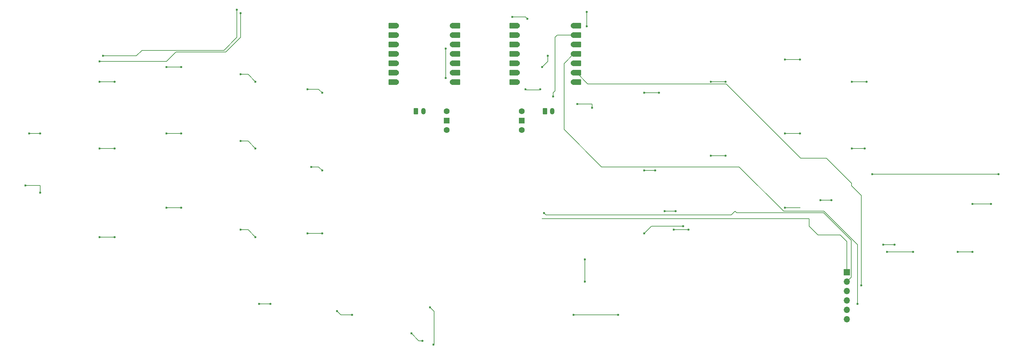
<source format=gtl>
%TF.GenerationSoftware,KiCad,Pcbnew,8.0.3*%
%TF.CreationDate,2024-12-15T23:05:39+09:00*%
%TF.ProjectId,manjaro_mx,6d616e6a-6172-46f5-9f6d-782e6b696361,rev?*%
%TF.SameCoordinates,Original*%
%TF.FileFunction,Copper,L1,Top*%
%TF.FilePolarity,Positive*%
%FSLAX46Y46*%
G04 Gerber Fmt 4.6, Leading zero omitted, Abs format (unit mm)*
G04 Created by KiCad (PCBNEW 8.0.3) date 2024-12-15 23:05:39*
%MOMM*%
%LPD*%
G01*
G04 APERTURE LIST*
G04 Aperture macros list*
%AMRoundRect*
0 Rectangle with rounded corners*
0 $1 Rounding radius*
0 $2 $3 $4 $5 $6 $7 $8 $9 X,Y pos of 4 corners*
0 Add a 4 corners polygon primitive as box body*
4,1,4,$2,$3,$4,$5,$6,$7,$8,$9,$2,$3,0*
0 Add four circle primitives for the rounded corners*
1,1,$1+$1,$2,$3*
1,1,$1+$1,$4,$5*
1,1,$1+$1,$6,$7*
1,1,$1+$1,$8,$9*
0 Add four rect primitives between the rounded corners*
20,1,$1+$1,$2,$3,$4,$5,0*
20,1,$1+$1,$4,$5,$6,$7,0*
20,1,$1+$1,$6,$7,$8,$9,0*
20,1,$1+$1,$8,$9,$2,$3,0*%
G04 Aperture macros list end*
%TA.AperFunction,ComponentPad*%
%ADD10RoundRect,0.250000X-0.350000X-0.625000X0.350000X-0.625000X0.350000X0.625000X-0.350000X0.625000X0*%
%TD*%
%TA.AperFunction,ComponentPad*%
%ADD11O,1.200000X1.750000*%
%TD*%
%TA.AperFunction,SMDPad,CuDef*%
%ADD12RoundRect,0.152400X1.063600X0.609600X-1.063600X0.609600X-1.063600X-0.609600X1.063600X-0.609600X0*%
%TD*%
%TA.AperFunction,ComponentPad*%
%ADD13C,1.524000*%
%TD*%
%TA.AperFunction,SMDPad,CuDef*%
%ADD14RoundRect,0.152400X-1.063600X-0.609600X1.063600X-0.609600X1.063600X0.609600X-1.063600X0.609600X0*%
%TD*%
%TA.AperFunction,ComponentPad*%
%ADD15R,1.500000X1.500000*%
%TD*%
%TA.AperFunction,ComponentPad*%
%ADD16C,1.600000*%
%TD*%
%TA.AperFunction,ComponentPad*%
%ADD17R,1.700000X1.700000*%
%TD*%
%TA.AperFunction,ComponentPad*%
%ADD18O,1.700000X1.700000*%
%TD*%
%TA.AperFunction,ViaPad*%
%ADD19C,0.600000*%
%TD*%
%TA.AperFunction,ViaPad*%
%ADD20C,0.300000*%
%TD*%
%TA.AperFunction,Conductor*%
%ADD21C,0.200000*%
%TD*%
G04 APERTURE END LIST*
D10*
%TO.P,BT1,1,+*%
%TO.N,BAT+*%
X165000000Y-80000000D03*
D11*
%TO.P,BT1,2,-*%
%TO.N,BAT-*%
X167000000Y-80000000D03*
%TD*%
D12*
%TO.P,rU1,1,P0.02_AIN0_LOW_A0_D0*%
%TO.N,rROW1*%
X191395000Y-56880000D03*
D13*
X192230000Y-56880000D03*
D12*
%TO.P,rU1,2,P0.03_AIN1_LOW_A1_D1*%
%TO.N,rCOL4*%
X191395000Y-59420000D03*
D13*
X192230000Y-59420000D03*
D12*
%TO.P,rU1,3,P0.28_AIN4_LOW_A2_D2*%
%TO.N,rCOL3*%
X191395000Y-61960000D03*
D13*
X192230000Y-61960000D03*
D12*
%TO.P,rU1,4,P0.29_AIN5_LOW_A3_D3*%
%TO.N,rCOL2*%
X191395000Y-64500000D03*
D13*
X192230000Y-64500000D03*
D12*
%TO.P,rU1,5,P0.04_AIN2_A4_D4*%
%TO.N,rCOL1*%
X191395000Y-67040000D03*
D13*
X192230000Y-67040000D03*
D12*
%TO.P,rU1,6,P0.05_AIN3_A5_D5*%
%TO.N,rCOL0*%
X191395000Y-69580000D03*
D13*
X192230000Y-69580000D03*
D12*
%TO.P,rU1,7,P1.11_TX_D6*%
%TO.N,rROW0*%
X191395000Y-72120000D03*
D13*
X192230000Y-72120000D03*
%TO.P,rU1,8,P1.12_RX_D7*%
%TO.N,rROW3*%
X207470000Y-72120000D03*
D14*
X208305000Y-72120000D03*
D13*
%TO.P,rU1,9,P1.13_SCK_D8*%
%TO.N,SCLK*%
X207470000Y-69580000D03*
D14*
X208305000Y-69580000D03*
D13*
%TO.P,rU1,10,P1.14_MISO_D9*%
%TO.N,rROW2*%
X207470000Y-67040000D03*
D14*
X208305000Y-67040000D03*
D13*
%TO.P,rU1,11,P1.15_MOSI_D10*%
%TO.N,SDIO*%
X207470000Y-64500000D03*
D14*
X208305000Y-64500000D03*
D13*
%TO.P,rU1,12,3V3*%
%TO.N,3V3*%
X207470000Y-61960000D03*
D14*
X208305000Y-61960000D03*
D13*
%TO.P,rU1,13,GND*%
%TO.N,rBAT-*%
X207470000Y-59420000D03*
D14*
X208305000Y-59420000D03*
D13*
%TO.P,rU1,14,VBUS*%
%TO.N,unconnected-(rU1-VBUS-Pad14)*%
X207470000Y-56880000D03*
D14*
%TO.N,unconnected-(rU1-VBUS-Pad14)_0*%
X208305000Y-56880000D03*
%TD*%
D12*
%TO.P,U1,1,P0.02_AIN0_LOW_A0_D0*%
%TO.N,COL5*%
X158795000Y-56880000D03*
D13*
X159630000Y-56880000D03*
D12*
%TO.P,U1,2,P0.03_AIN1_LOW_A1_D1*%
%TO.N,COL4*%
X158795000Y-59420000D03*
D13*
X159630000Y-59420000D03*
D12*
%TO.P,U1,3,P0.28_AIN4_LOW_A2_D2*%
%TO.N,COL3*%
X158795000Y-61960000D03*
D13*
X159630000Y-61960000D03*
D12*
%TO.P,U1,4,P0.29_AIN5_LOW_A3_D3*%
%TO.N,COL2*%
X158795000Y-64500000D03*
D13*
X159630000Y-64500000D03*
D12*
%TO.P,U1,5,P0.04_AIN2_A4_D4*%
%TO.N,COL1*%
X158795000Y-67040000D03*
D13*
X159630000Y-67040000D03*
D12*
%TO.P,U1,6,P0.05_AIN3_A5_D5*%
%TO.N,COL0*%
X158795000Y-69580000D03*
D13*
X159630000Y-69580000D03*
D12*
%TO.P,U1,7,P1.11_TX_D6*%
%TO.N,ROW0*%
X158795000Y-72120000D03*
D13*
X159630000Y-72120000D03*
%TO.P,U1,8,P1.12_RX_D7*%
%TO.N,unconnected-(U1-P1.12_RX_D7-Pad8)*%
X174870000Y-72120000D03*
D14*
%TO.N,unconnected-(U1-P1.12_RX_D7-Pad8)_0*%
X175705000Y-72120000D03*
D13*
%TO.P,U1,9,P1.13_SCK_D8*%
%TO.N,ROW3*%
X174870000Y-69580000D03*
D14*
X175705000Y-69580000D03*
D13*
%TO.P,U1,10,P1.14_MISO_D9*%
%TO.N,ROW2*%
X174870000Y-67040000D03*
D14*
X175705000Y-67040000D03*
D13*
%TO.P,U1,11,P1.15_MOSI_D10*%
%TO.N,ROW1*%
X174870000Y-64500000D03*
D14*
X175705000Y-64500000D03*
D13*
%TO.P,U1,12,3V3*%
%TO.N,unconnected-(U1-3V3-Pad12)_0*%
X174870000Y-61960000D03*
D14*
%TO.N,unconnected-(U1-3V3-Pad12)*%
X175705000Y-61960000D03*
D13*
%TO.P,U1,13,GND*%
%TO.N,BAT-*%
X174870000Y-59420000D03*
D14*
X175705000Y-59420000D03*
D13*
%TO.P,U1,14,VBUS*%
%TO.N,unconnected-(U1-VBUS-Pad14)*%
X174870000Y-56880000D03*
D14*
%TO.N,unconnected-(U1-VBUS-Pad14)_0*%
X175705000Y-56880000D03*
%TD*%
D10*
%TO.P,rBT1,1,+*%
%TO.N,rBAT+*%
X199750000Y-80000000D03*
D11*
%TO.P,rBT1,2,-*%
%TO.N,rBAT-*%
X201750000Y-80000000D03*
%TD*%
D15*
%TO.P,PowerSW1,1,B*%
%TO.N,Net-(PowerSW1-B)*%
X173250000Y-82500000D03*
D16*
%TO.P,PowerSW1,2,C*%
%TO.N,BAT-*%
X173250000Y-79960000D03*
%TO.P,PowerSW1,3,A*%
%TO.N,BAT+*%
X173250000Y-85040000D03*
%TD*%
D15*
%TO.P,rPowerSW1,1,B*%
%TO.N,Net-(rPowerSW1-B)*%
X193500000Y-82500000D03*
D16*
%TO.P,rPowerSW1,2,C*%
%TO.N,rBAT-*%
X193500000Y-79960000D03*
%TO.P,rPowerSW1,3,A*%
%TO.N,rBAT+*%
X193500000Y-85040000D03*
%TD*%
D17*
%TO.P,rJ3,1,Pin_1*%
%TO.N,3V3*%
X281150000Y-123475000D03*
D18*
%TO.P,rJ3,2,Pin_2*%
%TO.N,rBAT-*%
X281150000Y-126015000D03*
%TO.P,rJ3,3,Pin_3*%
%TO.N,SCLK*%
X281150000Y-128555000D03*
%TO.P,rJ3,4,Pin_4*%
%TO.N,SDIO*%
X281150000Y-131095000D03*
%TO.P,rJ3,5,Pin_5*%
%TO.N,rBAT-*%
X281150000Y-133635000D03*
%TO.P,rJ3,6,Pin_6*%
%TO.N,unconnected-(rJ3-Pin_6-Pad6)*%
X281150000Y-136175000D03*
%TD*%
D19*
%TO.N,SCLK*%
X285000000Y-127000000D03*
%TO.N,SDIO*%
X284000000Y-132000000D03*
%TO.N,rROW0*%
X194500000Y-74000000D03*
X264500000Y-66000000D03*
X248500000Y-72000000D03*
X212500000Y-79000000D03*
X208500000Y-78000000D03*
X198500000Y-74000000D03*
X268500000Y-66000000D03*
X230500000Y-75000000D03*
X286500000Y-72000000D03*
X226500000Y-75000000D03*
X244500000Y-72000000D03*
X282500000Y-72000000D03*
%TO.N,rROW1*%
X229500000Y-96000000D03*
X226500000Y-96000000D03*
X248500000Y-92000000D03*
X244500000Y-92000000D03*
X268500000Y-86000000D03*
X211000000Y-53100000D03*
X282500000Y-90000000D03*
X264500000Y-86000000D03*
X286000000Y-90000000D03*
X211000000Y-57000000D03*
%TO.N,rROW2*%
X226500000Y-113000000D03*
X264500000Y-106000000D03*
X291000000Y-116000000D03*
X277000000Y-104000000D03*
X237000000Y-111000000D03*
D20*
X268500000Y-106000000D03*
D19*
X274000000Y-104000000D03*
X294000000Y-116000000D03*
%TO.N,rROW3*%
X299000000Y-118000000D03*
X207500000Y-135000000D03*
X219500000Y-135000000D03*
X311000000Y-118000000D03*
X210500000Y-126000000D03*
X315000000Y-118000000D03*
X210500000Y-120000000D03*
X292000000Y-118000000D03*
%TO.N,Net-(rD12-A)*%
X234500000Y-112000000D03*
X238500000Y-112000000D03*
%TO.N,rBAT-*%
X202000000Y-76000000D03*
X199500000Y-107500000D03*
%TO.N,rCOL1*%
X232000000Y-107000000D03*
X235000000Y-107000000D03*
%TO.N,rCOL2*%
X320000000Y-105000000D03*
X200500000Y-65000000D03*
X199000000Y-68000000D03*
X315000000Y-105000000D03*
%TO.N,rCOL3*%
X288000000Y-97000000D03*
X322000000Y-97000000D03*
X195000000Y-55000000D03*
X191000000Y-54500000D03*
D20*
%TO.N,3V3*%
X199000000Y-109000000D03*
D19*
%TO.N,BAT-*%
X173000000Y-63000000D03*
X173000000Y-71000000D03*
%TO.N,ROW0*%
X135750000Y-74000000D03*
X79750000Y-72000000D03*
X121750000Y-72000000D03*
X97750000Y-68000000D03*
X139750000Y-75000000D03*
X117750000Y-70000000D03*
X63750000Y-86000000D03*
X83750000Y-72000000D03*
X101750000Y-68000000D03*
X60750000Y-86000000D03*
%TO.N,ROW1*%
X83750000Y-90000000D03*
X139750000Y-96000000D03*
X121750000Y-90000000D03*
X79750000Y-90000000D03*
X63750000Y-102000000D03*
X59750000Y-100000000D03*
X101750000Y-86000000D03*
X136750000Y-95000000D03*
X117750000Y-88000000D03*
X97750000Y-86000000D03*
%TO.N,ROW2*%
X121750000Y-114000000D03*
X117750000Y-112000000D03*
X83750000Y-114000000D03*
X79750000Y-114000000D03*
X135750000Y-113000000D03*
X97750000Y-106000000D03*
X101750000Y-106000000D03*
X139750000Y-113000000D03*
%TO.N,ROW3*%
X163750000Y-140000000D03*
X169750000Y-143000000D03*
X168750000Y-133000000D03*
X122750000Y-132000000D03*
X166750000Y-142000000D03*
X125750000Y-132000000D03*
X147750000Y-135000000D03*
X143750000Y-134000000D03*
%TO.N,COL5*%
X80665000Y-65000000D03*
X116750000Y-52500000D03*
%TO.N,COL4*%
X117750000Y-53500000D03*
X79750000Y-66500000D03*
%TD*%
D21*
%TO.N,SCLK*%
X251000000Y-75000000D02*
X268670000Y-92670000D01*
X282430000Y-99430000D02*
X282430000Y-100138478D01*
X211325000Y-72600000D02*
X248600000Y-72600000D01*
X268670000Y-92670000D02*
X275670000Y-92670000D01*
X248600000Y-72600000D02*
X251000000Y-75000000D01*
X282430000Y-100138478D02*
X285000000Y-102708478D01*
X285000000Y-102708478D02*
X285000000Y-127000000D01*
X275670000Y-92670000D02*
X282430000Y-99430000D01*
X208305000Y-69580000D02*
X211325000Y-72600000D01*
%TO.N,SDIO*%
X252081522Y-95000000D02*
X264081522Y-107000000D01*
X275000000Y-107000000D02*
X284000000Y-116000000D01*
X204897548Y-84897548D02*
X215000000Y-95000000D01*
X215000000Y-95000000D02*
X252081522Y-95000000D01*
X284000000Y-116000000D02*
X284000000Y-132000000D01*
X207470000Y-64500000D02*
X204897548Y-67072452D01*
X204897548Y-67072452D02*
X204897548Y-84897548D01*
X264081522Y-107000000D02*
X275000000Y-107000000D01*
%TO.N,rROW0*%
X264500000Y-66000000D02*
X268500000Y-66000000D01*
X194700000Y-74200000D02*
X198300000Y-74200000D01*
X226500000Y-75000000D02*
X230500000Y-75000000D01*
X198300000Y-74200000D02*
X198500000Y-74000000D01*
X244500000Y-72000000D02*
X248500000Y-72000000D01*
X282500000Y-72000000D02*
X286500000Y-72000000D01*
X194500000Y-74000000D02*
X194700000Y-74200000D01*
X212500000Y-78000000D02*
X212500000Y-79000000D01*
X208500000Y-78000000D02*
X212500000Y-78000000D01*
%TO.N,rROW1*%
X229500000Y-96000000D02*
X226500000Y-96000000D01*
X264500000Y-86000000D02*
X268500000Y-86000000D01*
X244500000Y-92000000D02*
X248500000Y-92000000D01*
X282500000Y-90000000D02*
X286000000Y-90000000D01*
X211000000Y-53100000D02*
X211000000Y-57000000D01*
%TO.N,rROW2*%
X274000000Y-104000000D02*
X277000000Y-104000000D01*
X264500000Y-106000000D02*
X268500000Y-106000000D01*
X228500000Y-111000000D02*
X237000000Y-111000000D01*
X291000000Y-116000000D02*
X294000000Y-116000000D01*
X226500000Y-113000000D02*
X228500000Y-111000000D01*
%TO.N,rROW3*%
X207500000Y-135000000D02*
X219500000Y-135000000D01*
X210500000Y-120000000D02*
X210500000Y-126000000D01*
X311000000Y-118000000D02*
X315000000Y-118000000D01*
X292000000Y-118000000D02*
X299000000Y-118000000D01*
%TO.N,Net-(rD12-A)*%
X238500000Y-112000000D02*
X234500000Y-112000000D01*
%TO.N,rBAT-*%
X282300000Y-124865000D02*
X281150000Y-126015000D01*
X207470000Y-59420000D02*
X203080000Y-59420000D01*
X251000000Y-107000000D02*
X251400000Y-107400000D01*
X203080000Y-59420000D02*
X202500000Y-60000000D01*
X202000000Y-75000000D02*
X202000000Y-76000000D01*
X202500000Y-74500000D02*
X202000000Y-75000000D01*
X251400000Y-107400000D02*
X274834314Y-107400000D01*
X200000000Y-108000000D02*
X250000000Y-108000000D01*
X250000000Y-108000000D02*
X251000000Y-107000000D01*
X199500000Y-107500000D02*
X200000000Y-108000000D01*
X282300000Y-114865686D02*
X282300000Y-124865000D01*
X274834314Y-107400000D02*
X282300000Y-114865686D01*
X202500000Y-60000000D02*
X202500000Y-74500000D01*
%TO.N,rCOL1*%
X235000000Y-107000000D02*
X232000000Y-107000000D01*
%TO.N,rCOL2*%
X199000000Y-68000000D02*
X200500000Y-66500000D01*
X200500000Y-66500000D02*
X200500000Y-65000000D01*
X315000000Y-105000000D02*
X320000000Y-105000000D01*
%TO.N,rCOL3*%
X288000000Y-97000000D02*
X322000000Y-97000000D01*
X194500000Y-54500000D02*
X195000000Y-55000000D01*
X191000000Y-54500000D02*
X194500000Y-54500000D01*
%TO.N,3V3*%
X279400000Y-113400000D02*
X281150000Y-115150000D01*
X199000000Y-109000000D02*
X271000000Y-109000000D01*
X281150000Y-115150000D02*
X281150000Y-123475000D01*
X273360176Y-113400000D02*
X279400000Y-113400000D01*
X271000000Y-111039824D02*
X273360176Y-113400000D01*
X271000000Y-109000000D02*
X271000000Y-111039824D01*
%TO.N,BAT-*%
X173000000Y-63000000D02*
X173000000Y-71000000D01*
%TO.N,ROW0*%
X79750000Y-72000000D02*
X83750000Y-72000000D01*
X117750000Y-70000000D02*
X119750000Y-70000000D01*
X135750000Y-74000000D02*
X138750000Y-74000000D01*
X119750000Y-70000000D02*
X121750000Y-72000000D01*
X60750000Y-86000000D02*
X63750000Y-86000000D01*
X138750000Y-74000000D02*
X139750000Y-75000000D01*
X97750000Y-68000000D02*
X101750000Y-68000000D01*
%TO.N,ROW1*%
X119750000Y-88000000D02*
X121750000Y-90000000D01*
X117750000Y-88000000D02*
X119750000Y-88000000D01*
X79750000Y-90000000D02*
X83750000Y-90000000D01*
X63750000Y-102000000D02*
X63750000Y-100000000D01*
X136750000Y-95000000D02*
X138750000Y-95000000D01*
X138750000Y-95000000D02*
X139750000Y-96000000D01*
X97750000Y-86000000D02*
X101750000Y-86000000D01*
X59750000Y-100000000D02*
X63750000Y-100000000D01*
%TO.N,ROW2*%
X97750000Y-106000000D02*
X101750000Y-106000000D01*
X135750000Y-113000000D02*
X139750000Y-113000000D01*
X117750000Y-112000000D02*
X119750000Y-112000000D01*
X79750000Y-114000000D02*
X83750000Y-114000000D01*
X119750000Y-112000000D02*
X121750000Y-114000000D01*
%TO.N,ROW3*%
X166750000Y-142000000D02*
X165750000Y-142000000D01*
X169850000Y-134100000D02*
X169850000Y-142900000D01*
X147750000Y-135000000D02*
X144750000Y-135000000D01*
X125750000Y-132000000D02*
X122750000Y-132000000D01*
X144750000Y-135000000D02*
X143750000Y-134000000D01*
X168750000Y-133000000D02*
X169850000Y-134100000D01*
X165750000Y-142000000D02*
X163750000Y-140000000D01*
X169850000Y-142900000D02*
X169750000Y-143000000D01*
%TO.N,COL5*%
X99750000Y-63500000D02*
X91150000Y-63500000D01*
X116750000Y-60000000D02*
X113250000Y-63500000D01*
X89650000Y-65000000D02*
X80665000Y-65000000D01*
X116750000Y-52500000D02*
X116750000Y-60000000D01*
X91150000Y-63500000D02*
X89650000Y-65000000D01*
X113250000Y-63500000D02*
X99750000Y-63500000D01*
%TO.N,COL4*%
X97750000Y-66500000D02*
X79750000Y-66500000D01*
X117750000Y-60000000D02*
X113750000Y-64000000D01*
X117750000Y-53500000D02*
X117750000Y-60000000D01*
X100250000Y-64000000D02*
X97750000Y-66500000D01*
X113750000Y-64000000D02*
X100250000Y-64000000D01*
%TD*%
M02*

</source>
